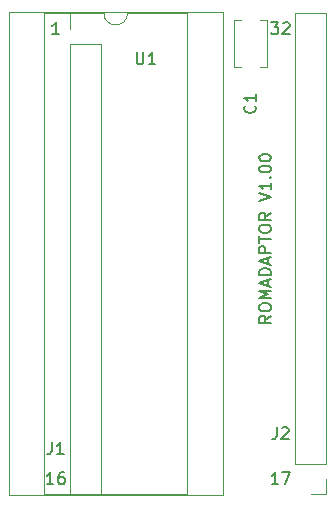
<source format=gbr>
%TF.GenerationSoftware,KiCad,Pcbnew,(5.1.7)-1*%
%TF.CreationDate,2022-03-21T18:16:10-03:00*%
%TF.ProjectId,ROMAdaptor,524f4d41-6461-4707-946f-722e6b696361,rev?*%
%TF.SameCoordinates,Original*%
%TF.FileFunction,Legend,Top*%
%TF.FilePolarity,Positive*%
%FSLAX46Y46*%
G04 Gerber Fmt 4.6, Leading zero omitted, Abs format (unit mm)*
G04 Created by KiCad (PCBNEW (5.1.7)-1) date 2022-03-21 18:16:10*
%MOMM*%
%LPD*%
G01*
G04 APERTURE LIST*
%ADD10C,0.150000*%
%ADD11C,0.120000*%
G04 APERTURE END LIST*
D10*
X30289523Y-74112380D02*
X29718095Y-74112380D01*
X30003809Y-74112380D02*
X30003809Y-73112380D01*
X29908571Y-73255238D01*
X29813333Y-73350476D01*
X29718095Y-73398095D01*
X31146666Y-73112380D02*
X30956190Y-73112380D01*
X30860952Y-73160000D01*
X30813333Y-73207619D01*
X30718095Y-73350476D01*
X30670476Y-73540952D01*
X30670476Y-73921904D01*
X30718095Y-74017142D01*
X30765714Y-74064761D01*
X30860952Y-74112380D01*
X31051428Y-74112380D01*
X31146666Y-74064761D01*
X31194285Y-74017142D01*
X31241904Y-73921904D01*
X31241904Y-73683809D01*
X31194285Y-73588571D01*
X31146666Y-73540952D01*
X31051428Y-73493333D01*
X30860952Y-73493333D01*
X30765714Y-73540952D01*
X30718095Y-73588571D01*
X30670476Y-73683809D01*
X49339523Y-74112380D02*
X48768095Y-74112380D01*
X49053809Y-74112380D02*
X49053809Y-73112380D01*
X48958571Y-73255238D01*
X48863333Y-73350476D01*
X48768095Y-73398095D01*
X49672857Y-73112380D02*
X50339523Y-73112380D01*
X49910952Y-74112380D01*
X48720476Y-35012380D02*
X49339523Y-35012380D01*
X49006190Y-35393333D01*
X49149047Y-35393333D01*
X49244285Y-35440952D01*
X49291904Y-35488571D01*
X49339523Y-35583809D01*
X49339523Y-35821904D01*
X49291904Y-35917142D01*
X49244285Y-35964761D01*
X49149047Y-36012380D01*
X48863333Y-36012380D01*
X48768095Y-35964761D01*
X48720476Y-35917142D01*
X49720476Y-35107619D02*
X49768095Y-35060000D01*
X49863333Y-35012380D01*
X50101428Y-35012380D01*
X50196666Y-35060000D01*
X50244285Y-35107619D01*
X50291904Y-35202857D01*
X50291904Y-35298095D01*
X50244285Y-35440952D01*
X49672857Y-36012380D01*
X50291904Y-36012380D01*
X30765714Y-36012380D02*
X30194285Y-36012380D01*
X30480000Y-36012380D02*
X30480000Y-35012380D01*
X30384761Y-35155238D01*
X30289523Y-35250476D01*
X30194285Y-35298095D01*
X48712380Y-59863809D02*
X48236190Y-60197142D01*
X48712380Y-60435238D02*
X47712380Y-60435238D01*
X47712380Y-60054285D01*
X47760000Y-59959047D01*
X47807619Y-59911428D01*
X47902857Y-59863809D01*
X48045714Y-59863809D01*
X48140952Y-59911428D01*
X48188571Y-59959047D01*
X48236190Y-60054285D01*
X48236190Y-60435238D01*
X47712380Y-59244761D02*
X47712380Y-59054285D01*
X47760000Y-58959047D01*
X47855238Y-58863809D01*
X48045714Y-58816190D01*
X48379047Y-58816190D01*
X48569523Y-58863809D01*
X48664761Y-58959047D01*
X48712380Y-59054285D01*
X48712380Y-59244761D01*
X48664761Y-59340000D01*
X48569523Y-59435238D01*
X48379047Y-59482857D01*
X48045714Y-59482857D01*
X47855238Y-59435238D01*
X47760000Y-59340000D01*
X47712380Y-59244761D01*
X48712380Y-58387619D02*
X47712380Y-58387619D01*
X48426666Y-58054285D01*
X47712380Y-57720952D01*
X48712380Y-57720952D01*
X48426666Y-57292380D02*
X48426666Y-56816190D01*
X48712380Y-57387619D02*
X47712380Y-57054285D01*
X48712380Y-56720952D01*
X48712380Y-56387619D02*
X47712380Y-56387619D01*
X47712380Y-56149523D01*
X47760000Y-56006666D01*
X47855238Y-55911428D01*
X47950476Y-55863809D01*
X48140952Y-55816190D01*
X48283809Y-55816190D01*
X48474285Y-55863809D01*
X48569523Y-55911428D01*
X48664761Y-56006666D01*
X48712380Y-56149523D01*
X48712380Y-56387619D01*
X48426666Y-55435238D02*
X48426666Y-54959047D01*
X48712380Y-55530476D02*
X47712380Y-55197142D01*
X48712380Y-54863809D01*
X48712380Y-54530476D02*
X47712380Y-54530476D01*
X47712380Y-54149523D01*
X47760000Y-54054285D01*
X47807619Y-54006666D01*
X47902857Y-53959047D01*
X48045714Y-53959047D01*
X48140952Y-54006666D01*
X48188571Y-54054285D01*
X48236190Y-54149523D01*
X48236190Y-54530476D01*
X47712380Y-53673333D02*
X47712380Y-53101904D01*
X48712380Y-53387619D02*
X47712380Y-53387619D01*
X47712380Y-52578095D02*
X47712380Y-52387619D01*
X47760000Y-52292380D01*
X47855238Y-52197142D01*
X48045714Y-52149523D01*
X48379047Y-52149523D01*
X48569523Y-52197142D01*
X48664761Y-52292380D01*
X48712380Y-52387619D01*
X48712380Y-52578095D01*
X48664761Y-52673333D01*
X48569523Y-52768571D01*
X48379047Y-52816190D01*
X48045714Y-52816190D01*
X47855238Y-52768571D01*
X47760000Y-52673333D01*
X47712380Y-52578095D01*
X48712380Y-51149523D02*
X48236190Y-51482857D01*
X48712380Y-51720952D02*
X47712380Y-51720952D01*
X47712380Y-51340000D01*
X47760000Y-51244761D01*
X47807619Y-51197142D01*
X47902857Y-51149523D01*
X48045714Y-51149523D01*
X48140952Y-51197142D01*
X48188571Y-51244761D01*
X48236190Y-51340000D01*
X48236190Y-51720952D01*
X47712380Y-50101904D02*
X48712380Y-49768571D01*
X47712380Y-49435238D01*
X48712380Y-48578095D02*
X48712380Y-49149523D01*
X48712380Y-48863809D02*
X47712380Y-48863809D01*
X47855238Y-48959047D01*
X47950476Y-49054285D01*
X47998095Y-49149523D01*
X48617142Y-48149523D02*
X48664761Y-48101904D01*
X48712380Y-48149523D01*
X48664761Y-48197142D01*
X48617142Y-48149523D01*
X48712380Y-48149523D01*
X47712380Y-47482857D02*
X47712380Y-47387619D01*
X47760000Y-47292380D01*
X47807619Y-47244761D01*
X47902857Y-47197142D01*
X48093333Y-47149523D01*
X48331428Y-47149523D01*
X48521904Y-47197142D01*
X48617142Y-47244761D01*
X48664761Y-47292380D01*
X48712380Y-47387619D01*
X48712380Y-47482857D01*
X48664761Y-47578095D01*
X48617142Y-47625714D01*
X48521904Y-47673333D01*
X48331428Y-47720952D01*
X48093333Y-47720952D01*
X47902857Y-47673333D01*
X47807619Y-47625714D01*
X47760000Y-47578095D01*
X47712380Y-47482857D01*
X47712380Y-46530476D02*
X47712380Y-46435238D01*
X47760000Y-46340000D01*
X47807619Y-46292380D01*
X47902857Y-46244761D01*
X48093333Y-46197142D01*
X48331428Y-46197142D01*
X48521904Y-46244761D01*
X48617142Y-46292380D01*
X48664761Y-46340000D01*
X48712380Y-46435238D01*
X48712380Y-46530476D01*
X48664761Y-46625714D01*
X48617142Y-46673333D01*
X48521904Y-46720952D01*
X48331428Y-46768571D01*
X48093333Y-46768571D01*
X47902857Y-46720952D01*
X47807619Y-46673333D01*
X47760000Y-46625714D01*
X47712380Y-46530476D01*
D11*
%TO.C,C1*%
X48410000Y-34790000D02*
X48410000Y-38830000D01*
X45570000Y-34790000D02*
X45570000Y-38830000D01*
X48410000Y-34790000D02*
X47785000Y-34790000D01*
X46195000Y-34790000D02*
X45570000Y-34790000D01*
X48410000Y-38830000D02*
X47785000Y-38830000D01*
X46195000Y-38830000D02*
X45570000Y-38830000D01*
%TO.C,U1*%
X36560000Y-34230000D02*
G75*
G02*
X34560000Y-34230000I-1000000J0D01*
G01*
X34560000Y-34230000D02*
X29500000Y-34230000D01*
X29500000Y-34230000D02*
X29500000Y-74990000D01*
X29500000Y-74990000D02*
X41620000Y-74990000D01*
X41620000Y-74990000D02*
X41620000Y-34230000D01*
X41620000Y-34230000D02*
X36560000Y-34230000D01*
X26500000Y-34170000D02*
X26500000Y-75050000D01*
X26500000Y-75050000D02*
X44620000Y-75050000D01*
X44620000Y-75050000D02*
X44620000Y-34170000D01*
X44620000Y-34170000D02*
X26500000Y-34170000D01*
%TO.C,J2*%
X53400000Y-34230000D02*
X50740000Y-34230000D01*
X53400000Y-72390000D02*
X53400000Y-34230000D01*
X50740000Y-72390000D02*
X50740000Y-34230000D01*
X53400000Y-72390000D02*
X50740000Y-72390000D01*
X53400000Y-73660000D02*
X53400000Y-74990000D01*
X53400000Y-74990000D02*
X52070000Y-74990000D01*
%TO.C,J1*%
X31690000Y-74990000D02*
X34350000Y-74990000D01*
X31690000Y-36830000D02*
X31690000Y-74990000D01*
X34350000Y-36830000D02*
X34350000Y-74990000D01*
X31690000Y-36830000D02*
X34350000Y-36830000D01*
X31690000Y-35560000D02*
X31690000Y-34230000D01*
X31690000Y-34230000D02*
X33020000Y-34230000D01*
%TO.C,C1*%
D10*
X47347142Y-42076666D02*
X47394761Y-42124285D01*
X47442380Y-42267142D01*
X47442380Y-42362380D01*
X47394761Y-42505238D01*
X47299523Y-42600476D01*
X47204285Y-42648095D01*
X47013809Y-42695714D01*
X46870952Y-42695714D01*
X46680476Y-42648095D01*
X46585238Y-42600476D01*
X46490000Y-42505238D01*
X46442380Y-42362380D01*
X46442380Y-42267142D01*
X46490000Y-42124285D01*
X46537619Y-42076666D01*
X47442380Y-41124285D02*
X47442380Y-41695714D01*
X47442380Y-41410000D02*
X46442380Y-41410000D01*
X46585238Y-41505238D01*
X46680476Y-41600476D01*
X46728095Y-41695714D01*
%TO.C,U1*%
X37338095Y-37552380D02*
X37338095Y-38361904D01*
X37385714Y-38457142D01*
X37433333Y-38504761D01*
X37528571Y-38552380D01*
X37719047Y-38552380D01*
X37814285Y-38504761D01*
X37861904Y-38457142D01*
X37909523Y-38361904D01*
X37909523Y-37552380D01*
X38909523Y-38552380D02*
X38338095Y-38552380D01*
X38623809Y-38552380D02*
X38623809Y-37552380D01*
X38528571Y-37695238D01*
X38433333Y-37790476D01*
X38338095Y-37838095D01*
%TO.C,J2*%
X49196666Y-69302380D02*
X49196666Y-70016666D01*
X49149047Y-70159523D01*
X49053809Y-70254761D01*
X48910952Y-70302380D01*
X48815714Y-70302380D01*
X49625238Y-69397619D02*
X49672857Y-69350000D01*
X49768095Y-69302380D01*
X50006190Y-69302380D01*
X50101428Y-69350000D01*
X50149047Y-69397619D01*
X50196666Y-69492857D01*
X50196666Y-69588095D01*
X50149047Y-69730952D01*
X49577619Y-70302380D01*
X50196666Y-70302380D01*
%TO.C,J1*%
X30146666Y-70572380D02*
X30146666Y-71286666D01*
X30099047Y-71429523D01*
X30003809Y-71524761D01*
X29860952Y-71572380D01*
X29765714Y-71572380D01*
X31146666Y-71572380D02*
X30575238Y-71572380D01*
X30860952Y-71572380D02*
X30860952Y-70572380D01*
X30765714Y-70715238D01*
X30670476Y-70810476D01*
X30575238Y-70858095D01*
%TD*%
M02*

</source>
